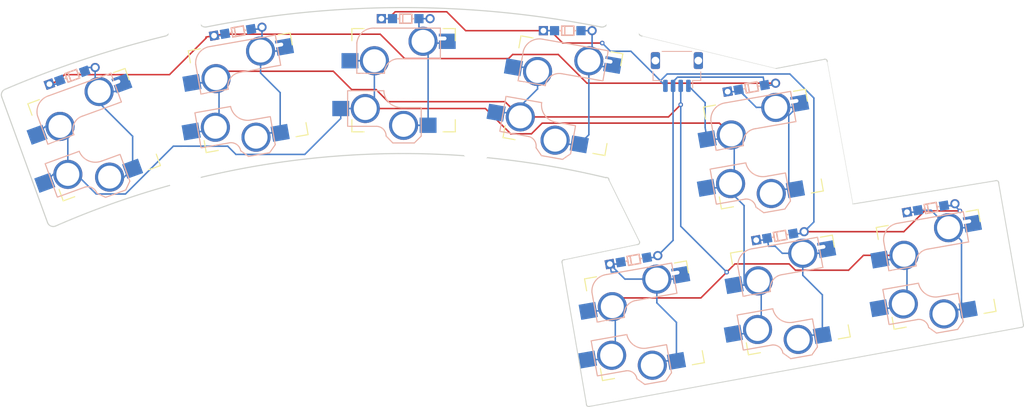
<source format=kicad_pcb>
(kicad_pcb (version 20221018) (generator pcbnew)
  (layers (0 "F.Cu" signal) (31 "B.Cu" signal) (34 "B.Paste" user) (35 "F.Paste" user) (36 "B.SilkS" user "B.Silkscreen") (37 "F.SilkS" user "F.Silkscreen") (38 "B.Mask" user) (39 "F.Mask" user) (44 "Edge.Cuts" user))
  (net 0 "")
  (net 1 "Net-(D15-A)")
  (net 2 "Net-(D16-A)")
  (net 3 "Net-(D19-A)")
  (net 4 "Net-(D20-A)")
  (net 5 "Net-(D35-K)")
  (net 6 "Net-(D36-K)")
  (net 7 "Net-(D39-K)")
  (net 8 "Net-(D40-K)")
  (net 9 "TX3")
  (net 10 "TX4")
  (net 11 "TY4")
  (net 12 "TY5")
  (footprint "footprint:M2_Nut_Hole_rev2" (layer "F.Cu") (at 95.9678 16.7408 90)
    (fp_text reference "H3" hide)
    (fp_text value "MountingHole" hide)
  )
  (footprint "footprint:diode_TH_SMD_rev3" (layer "F.Cu") (at 45.7814 17.9743 10)
    (fp_text reference "D16")
    (fp_text value "D" hide)
  )
  (footprint "footprint:CherryMX_Choc_Hotswap_rev9_test" (layer "F.Cu") (at 67.3814 24.3443)
    (fp_text reference "SW19" hide)
    (fp_text value "SW_Push" hide)
  )
  (footprint "footprint:diode_TH_SMD_rev3" (layer "F.Cu") (at 88.8014 17.8743)
    (fp_text reference "D20")
    (fp_text value "D" hide)
  )
  (footprint "footprint:diode_TH_SMD_rev3" (layer "F.Cu") (at 97.4214 47.8143 10)
    (fp_text reference "D36")
    (fp_text value "D" hide)
  )
  (footprint "footprint:CherryMX_Choc_Hotswap_rev9_test" (layer "F.Cu") (at 117.8472 52.3995 10)
    (fp_text reference "SW39" hide)
    (fp_text value "SW_Push" hide)
  )
  (footprint "footprint:diode_TH_SMD_rev3" (layer "F.Cu") (at 116.5189 44.6868 10)
    (fp_text reference "D39")
    (fp_text value "D" hide)
  )
  (footprint "footprint:diode_TH_SMD_rev3" (layer "F.Cu") (at 112.7889 25.2868 10)
    (fp_text reference "D35")
    (fp_text value "D" hide)
  )
  (footprint "footprint:CherryMX_Choc_Hotswap_rev9_test" (layer "F.Cu") (at 136.8629 49.0623 10)
    (fp_text reference "SW40" hide)
    (fp_text value "SW_Push" hide)
  )
  (footprint "footprint:diode_TH_SMD_rev3" (layer "F.Cu") (at 24.1559 23.7698 20)
    (fp_text reference "D15")
    (fp_text value "D" hide)
  )
  (footprint "footprint:M2_Nut_Hole_rev2" (layer "F.Cu") (at 38.8178 17.2406 90)
    (fp_text reference "H2" hide)
    (fp_text value "MountingHole" hide)
  )
  (footprint "footprint:M2_Nut_Hole_rev2" (layer "F.Cu") (at 38.8178 36.2907 90)
    (fp_text reference "H4" hide)
    (fp_text value "MountingHole" hide)
  )
  (footprint "footprint:CherryMX_Choc_Hotswap_rev9_test" (layer "F.Cu") (at 88.1725 26.3673 -10)
    (fp_text reference "SW20" hide)
    (fp_text value "SW_Push" hide)
  )
  (footprint "footprint:CherryMX_Choc_Hotswap_rev9_test" (layer "F.Cu") (at 47.105 25.9794 10)
    (fp_text reference "SW16" hide)
    (fp_text value "SW_Push" hide)
  )
  (footprint "footprint:CherryMX_Choc_Hotswap_rev9_test" (layer "F.Cu") (at 98.8072 55.7695 10)
    (fp_text reference "SW36" hide)
    (fp_text value "SW_Push" hide)
  )
  (footprint "footprint:diode_TH_SMD_rev3" (layer "F.Cu") (at 136.1914 41.0343 10)
    (fp_text reference "D40")
    (fp_text value "D" hide)
  )
  (footprint "footprint:M2_Nut_Hole_rev2" (layer "F.Cu") (at 76.9178 31.9249 90)
    (fp_text reference "H1" hide)
    (fp_text value "MountingHole" hide)
  )
  (footprint "footprint:diode_TH_SMD_rev3" (layer "F.Cu") (at 67.6614 16.3043)
    (fp_text reference "D19")
    (fp_text value "D" hide)
  )
  (footprint "footprint:CherryMX_Choc_Hotswap_rev9_test" (layer "F.Cu") (at 114.3272 33.3395 10)
    (fp_text reference "SW35" hide)
    (fp_text value "SW_Push" hide)
  )
  (footprint "footprint:CherryMX_Choc_Hotswap_rev9_test" (layer "F.Cu") (at 27.0078 31.4618 20)
    (fp_text reference "SW15" hide)
    (fp_text value "SW_Push" hide)
  )
  (footprint "footprint:JST_SH_BM03B-SRSS-TB_1x04-1MP_P1.00mm_Vertical" (layer "B.Cu") (at 103.0414 23.2843 180)
    (fp_text reference "J1")
    (fp_text value "Conn_01x04")
  )
  (gr_arc locked (start 36.868497 17.60245) (mid 38.389291 15.304954) (end 40.738022 16.745306) (stroke (width 0.15)) (layer "Edge.Cuts"))
  (gr_arc locked (start 40.620953 37.119135) (mid 67.195139 33.927487) (end 93.77431 37.077356) (stroke (width 0.15)) (layer "Edge.Cuts"))
  (gr_arc locked (start 15.427359 25.51765) (mid 25.722588 21.610942) (end 36.307231 18.57459) (stroke (width 0.15)) (layer "Edge.Cuts"))
  (gr_line locked (start 88.365165 47.800091) (end 97.856105 45.818296) (stroke (width 0.1)) (layer "Edge.Cuts"))
  (gr_arc locked (start 88.065165 48.200091) (mid 88.10608 47.918293) (end 88.365165 47.800091) (stroke (width 0.15)) (layer "Edge.Cuts"))
  (gr_arc locked (start 94.047237 16.748139) (mid 93.720802 17.260496) (end 93.127714 17.391996) (stroke (width 0.15)) (layer "Edge.Cuts"))
  (gr_arc locked (start 36.868497 17.60245) (mid 36.789205 18.204762) (end 36.307231 18.57459) (stroke (width 0.15)) (layer "Edge.Cuts"))
  (gr_arc locked (start 98.156105 45.418296) (mid 98.115191 45.700104) (end 97.856105 45.818296) (stroke (width 0.15)) (layer "Edge.Cuts"))
  (gr_arc locked (start 41.657545 17.389163) (mid 41.064466 17.257627) (end 40.738022 16.745306) (stroke (width 0.15)) (layer "Edge.Cuts"))
  (gr_arc locked (start 148.247045 56.236501) (mid 148.206127 56.518317) (end 147.947045 56.636501) (stroke (width 0.15)) (layer "Edge.Cuts"))
  (gr_arc locked (start 40.620953 37.119137) (mid 39.305475 38.214121) (end 37.627221 37.878053) (stroke (width 0.15)) (layer "Edge.Cuts"))
  (gr_arc locked (start 98.478028 18.577423) (mid 97.996015 18.207619) (end 97.916762 17.605283) (stroke (width 0.15)) (layer "Edge.Cuts"))
  (gr_line locked (start 88.065165 48.200091) (end 91.2379 66.659236) (stroke (width 0.12)) (layer "Edge.Cuts"))
  (gr_arc locked (start 93.77431 37.077356) (mid 94.056149 37.118265) (end 94.17431 37.377356) (stroke (width 0.15)) (layer "Edge.Cuts"))
  (gr_arc locked (start 21.941187 43.409908) (mid 21.334274 43.383401) (end 20.923832 42.935505) (stroke (width 0.15)) (layer "Edge.Cuts"))
  (gr_arc locked (start 144.62431 37.477356) (mid 144.906119 37.518259) (end 145.02431 37.777356) (stroke (width 0.15)) (layer "Edge.Cuts"))
  (gr_arc locked (start 41.657545 17.389163) (mid 67.392769 14.859136) (end 93.127714 17.391996) (stroke (width 0.15)) (layer "Edge.Cuts"))
  (gr_arc locked (start 122.256105 21.618296) (mid 122.537936 21.6592) (end 122.656105 21.918296) (stroke (width 0.15)) (layer "Edge.Cuts"))
  (gr_line locked (start 98.478028 18.577423) (end 115.956105 22.818296) (stroke (width 0.05)) (layer "Edge.Cuts"))
  (gr_line locked (start 94.17431 37.377356) (end 98.156105 45.418296) (stroke (width 0.1)) (layer "Edge.Cuts"))
  (gr_line locked (start 91.6379 66.959236) (end 147.947045 56.636501) (stroke (width 0.12)) (layer "Edge.Cuts"))
  (gr_arc locked (start 21.941187 43.409908) (mid 29.682655 40.356029) (end 37.627221 37.878053) (stroke (width 0.15)) (layer "Edge.Cuts"))
  (gr_arc locked (start 14.95296 26.53501) (mid 14.977153 25.927007) (end 15.427359 25.51765) (stroke (width 0.15)) (layer "Edge.Cuts"))
  (gr_line locked (start 122.256105 21.618296) (end 115.956105 22.818296) (stroke (width 0.12)) (layer "Edge.Cuts"))
  (gr_line locked (start 126.006105 40.518296) (end 122.656105 21.918296) (stroke (width 0.05)) (layer "Edge.Cuts"))
  (gr_line locked (start 144.62431 37.477356) (end 126.006105 40.518296) (stroke (width 0.12)) (layer "Edge.Cuts"))
  (gr_arc locked (start 91.6379 66.959236) (mid 91.356095 66.918306) (end 91.2379 66.659236) (stroke (width 0.15)) (layer "Edge.Cuts"))
  (gr_arc locked (start 94.047236 16.748139) (mid 96.396641 15.305027) (end 97.916762 17.605283) (stroke (width 0.15)) (layer "Edge.Cuts"))
  (gr_line locked (start 20.923832 42.935505) (end 14.95296 26.53501) (stroke (width 0.15)) (layer "Edge.Cuts"))
  (gr_line locked (start 148.247045 56.236501) (end 145.02431 37.777356) (stroke (width 0.12)) (layer "Edge.Cuts"))
  (segment locked (start 27.657182 25.819426) (end 27.139463 25.301707) (width 0.2) (layer "B.Cu") (net 1))
  (segment locked (start 32.02934 31.669266) (end 32.02934 35.902121) (width 0.2) (layer "B.Cu") (net 1))
  (segment locked (start 29.779974 25.819426) (end 30.609922 24.989478) (width 0.2) (layer "B.Cu") (net 1))
  (segment locked (start 27.657182 27.297108) (end 32.02934 31.669266) (width 0.2) (layer "B.Cu") (net 1))
  (segment locked (start 26.272838 22.683868) (end 25.776909 23.179797) (width 0.2) (layer "B.Cu") (net 1))
  (segment locked (start 30.925479 37.005982) (end 29.025744 37.005982) (width 0.2) (layer "B.Cu") (net 1))
  (segment locked (start 27.139463 22.683868) (end 26.272838 22.683868) (width 0.2) (layer "B.Cu") (net 1))
  (segment locked (start 32.02934 35.902121) (end 30.925479 37.005982) (width 0.2) (layer "B.Cu") (net 1))
  (segment locked (start 30.609922 24.989478) (end 30.708978 24.777052) (width 0.2) (layer "B.Cu") (net 1))
  (segment locked (start 27.657182 25.819426) (end 27.657182 27.297108) (width 0.2) (layer "B.Cu") (net 1))
  (segment locked (start 27.657182 25.819426) (end 29.779974 25.819426) (width 0.2) (layer "B.Cu") (net 1))
  (segment locked (start 27.139463 25.301707) (end 27.139463 22.683868) (width 0.2) (layer "B.Cu") (net 1))
  (segment locked (start 48.724304 23.410775) (end 51.279198 25.965669) (width 0.2) (layer "B.Cu") (net 2))
  (segment locked (start 51.471704 20.535506) (end 51.776305 20.230905) (width 0.2) (layer "B.Cu") (net 2))
  (segment locked (start 48.90819 20.35162) (end 48.724304 20.535506) (width 0.2) (layer "B.Cu") (net 2))
  (segment locked (start 48.695072 31.224239) (end 48.129549 31.789762) (width 0.2) (layer "B.Cu") (net 2))
  (segment locked (start 47.480218 17.674753) (end 48.6564 17.674753) (width 0.2) (layer "B.Cu") (net 2))
  (segment locked (start 48.724304 20.535506) (end 51.471704 20.535506) (width 0.2) (layer "B.Cu") (net 2))
  (segment locked (start 48.724304 20.535506) (end 48.724304 23.410775) (width 0.2) (layer "B.Cu") (net 2))
  (segment locked (start 51.776305 20.230905) (end 51.910743 20.038907) (width 0.2) (layer "B.Cu") (net 2))
  (segment locked (start 51.279198 25.965669) (end 51.279198 31.224239) (width 0.2) (layer "B.Cu") (net 2))
  (segment locked (start 48.90819 17.422963) (end 48.90819 20.35162) (width 0.2) (layer "B.Cu") (net 2))
  (segment locked (start 48.6564 17.674753) (end 48.90819 17.422963) (width 0.2) (layer "B.Cu") (net 2))
  (segment locked (start 51.279198 31.224239) (end 48.695072 31.224239) (width 0.2) (layer "B.Cu") (net 2))
  (segment locked (start 69.386425 18.729296) (end 69.921425 19.264296) (width 0.2) (layer "B.Cu") (net 3))
  (segment locked (start 67.391425 30.234296) (end 67.381425 30.244296) (width 0.2) (layer "B.Cu") (net 3))
  (segment locked (start 72.979953 19.494296) (end 73.145689 19.32856) (width 0.2) (layer "B.Cu") (net 3))
  (segment locked (start 69.386425 16.304296) (end 70.836425 16.304296) (width 0.2) (layer "B.Cu") (net 3))
  (segment (start 73.0629 19.4114) (end 73.0814 19.3929) (width 0.2) (layer "B.Cu") (net 3))
  (segment locked (start 70.151425 19.494296) (end 72.979953 19.494296) (width 0.2) (layer "B.Cu") (net 3))
  (segment locked (start 70.581425 19.924296) (end 70.581425 30.234296) (width 0.2) (layer "B.Cu") (net 3))
  (segment locked (start 69.921425 19.264296) (end 70.581425 19.924296) (width 0.2) (layer "B.Cu") (net 3))
  (segment locked (start 69.386425 16.304296) (end 69.386425 18.729296) (width 0.2) (layer "B.Cu") (net 3))
  (segment locked (start 69.921425 19.264296) (end 70.151425 19.494296) (width 0.2) (layer "B.Cu") (net 3))
  (segment locked (start 70.581425 30.234296) (end 67.391425 30.234296) (width 0.2) (layer "B.Cu") (net 3))
  (segment locked (start 94.528192 22.563153) (end 94.720191 22.428714) (width 0.2) (layer "B.Cu") (net 4))
  (segment locked (start 92.313683 22.563153) (end 94.528192 22.563153) (width 0.2) (layer "B.Cu") (net 4))
  (segment locked (start 91.556069 31.468541) (end 90.301122 32.723488) (width 0.2) (layer "B.Cu") (net 4))
  (segment locked (start 91.976425 17.874296) (end 91.976425 21.385183) (width 0.2) (layer "B.Cu") (net 4))
  (segment locked (start 87.693827 32.723488) (end 87.148001 32.177662) (width 0.2) (layer "B.Cu") (net 4))
  (segment locked (start 91.976425 21.385183) (end 91.556069 21.805539) (width 0.2) (layer "B.Cu") (net 4))
  (segment locked (start 90.526425 17.874296) (end 91.976425 17.874296) (width 0.2) (layer "B.Cu") (net 4))
  (segment (start 91.5561 23.5406) (end 91.556 23.5405) (width 0.2) (layer "B.Cu") (net 4))
  (segment locked (start 91.556069 21.805539) (end 92.313683 22.563153) (width 0.2) (layer "B.Cu") (net 4))
  (segment locked (start 90.301122 32.723488) (end 87.693827 32.723488) (width 0.2) (layer "B.Cu") (net 4))
  (segment locked (start 91.556069 21.805539) (end 91.556069 31.468541) (width 0.2) (layer "B.Cu") (net 4))
  (segment (start 91.556 23.5405) (end 91.556 21.8055) (width 0.2) (layer "B.Cu") (net 4))
  (segment locked (start 109.662197 25.838092) (end 110.838379 25.838092) (width 0.2) (layer "B.Cu") (net 5))
  (segment locked (start 117.63818 37.721121) (end 117.63818 28.95133) (width 0.2) (layer "B.Cu") (net 5))
  (segment locked (start 118.501398 38.584339) (end 117.63818 37.721121) (width 0.2) (layer "B.Cu") (net 5))
  (segment locked (start 117.63818 28.95133) (end 118.998505 27.591005) (width 0.2) (layer "B.Cu") (net 5))
  (segment locked (start 110.838379 25.838092) (end 111.090169 25.586302) (width 0.2) (layer "B.Cu") (net 5))
  (segment locked (start 115.946504 27.895606) (end 118.693904 27.895606) (width 0.2) (layer "B.Cu") (net 5))
  (segment (start 111.86 26.3561) (end 111.09 25.5865) (width 0.2) (layer "B.Cu") (net 5))
  (segment (start 115.3517 39.1499) (end 115.352 39.1499) (width 0.2) (layer "B.Cu") (net 5))
  (segment locked (start 111.090169 25.586302) (end 113.399473 27.895606) (width 0.2) (layer "B.Cu") (net 5))
  (segment (start 111.0901 25.5865) (end 111.0901 25.5863) (width 0.2) (layer "B.Cu") (net 5))
  (segment locked (start 115.917272 38.584339) (end 118.501398 38.584339) (width 0.2) (layer "B.Cu") (net 5))
  (segment (start 118.5014 38.5843) (end 118.501 38.5843) (width 0.2) (layer "B.Cu") (net 5))
  (segment (start 111.8597 26.3561) (end 111.0901 25.5865) (width 0.2) (layer "B.Cu") (net 5))
  (segment (start 111.09 25.5865) (end 111.09 25.5863) (width 0.2) (layer "B.Cu") (net 5))
  (segment locked (start 115.351749 39.149862) (end 115.917272 38.584339) (width 0.2) (layer "B.Cu") (net 5))
  (segment locked (start 118.693904 27.895606) (end 118.998505 27.591005) (width 0.2) (layer "B.Cu") (net 5))
  (segment locked (start 113.399473 27.895606) (end 115.946504 27.895606) (width 0.2) (layer "B.Cu") (net 5))
  (segment locked (start 118.998505 27.591005) (end 119.132943 27.399007) (width 0.2) (layer "B.Cu") (net 5))
  (segment locked (start 94.29466 48.365629) (end 96.254637 50.325606) (width 0.2) (layer "B.Cu") (net 6))
  (segment locked (start 100.426504 50.325606) (end 103.173904 50.325606) (width 0.2) (layer "B.Cu") (net 6))
  (segment locked (start 103.173904 50.325606) (end 103.478505 50.021005) (width 0.2) (layer "B.Cu") (net 6))
  (segment (start 95.0247 49.4084) (end 94.4784 49.4084) (width 0.2) (layer "B.Cu") (net 6))
  (segment (start 95.0875 49.3456) (end 95.0247 49.4084) (width 0.2) (layer "B.Cu") (net 6))
  (segment locked (start 99.831749 61.579862) (end 100.397272 61.014339) (width 0.2) (layer "B.Cu") (net 6))
  (segment locked (start 100.426504 53.428977) (end 102.981398 55.983871) (width 0.2) (layer "B.Cu") (net 6))
  (segment locked (start 94.29466 48.365629) (end 95.470842 48.365629) (width 0.2) (layer "B.Cu") (net 6))
  (segment locked (start 95.470842 48.365629) (end 95.722632 48.113839) (width 0.2) (layer "B.Cu") (net 6))
  (segment (start 95.2747 49.3456) (end 95.0875 49.3456) (width 0.2) (layer "B.Cu") (net 6))
  (segment locked (start 103.478505 50.021005) (end 103.612943 49.829007) (width 0.2) (layer "B.Cu") (net 6))
  (segment locked (start 100.426504 50.325606) (end 100.426504 53.428977) (width 0.2) (layer "B.Cu") (net 6))
  (segment (start 94.4784 49.4084) (end 94.2946 48.3656) (width 0.2) (layer "B.Cu") (net 6))
  (segment locked (start 100.397272 61.014339) (end 102.981398 61.014339) (width 0.2) (layer "B.Cu") (net 6))
  (segment locked (start 96.254637 50.325606) (end 100.426504 50.325606) (width 0.2) (layer "B.Cu") (net 6))
  (segment locked (start 102.981398 55.983871) (end 102.981398 61.014339) (width 0.2) (layer "B.Cu") (net 6))
  (segment (start 114.912 45.5077) (end 115.004 46.0291) (width 0.2) (layer "B.Cu") (net 7))
  (segment locked (start 114.568342 45.238129) (end 114.820132 44.986339) (width 0.2) (layer "B.Cu") (net 7))
  (segment locked (start 122.518532 46.650962) (end 122.65297 46.458964) (width 0.2) (layer "B.Cu") (net 7))
  (segment locked (start 119.437299 57.644296) (end 118.871776 58.209819) (width 0.2) (layer "B.Cu") (net 7))
  (segment (start 115.004 46.0291) (end 115.863 46.0291) (width 0.2) (layer "B.Cu") (net 7))
  (segment (start 114.82 44.9863) (end 114.912 45.5077) (width 0.2) (layer "B.Cu") (net 7))
  (segment locked (start 119.466531 46.955563) (end 122.213931 46.955563) (width 0.2) (layer "B.Cu") (net 7))
  (segment locked (start 113.39216 45.238129) (end 114.568342 45.238129) (width 0.2) (layer "B.Cu") (net 7))
  (segment locked (start 122.021425 52.385726) (end 122.021425 57.644296) (width 0.2) (layer "B.Cu") (net 7))
  (segment locked (start 119.466531 49.830832) (end 122.021425 52.385726) (width 0.2) (layer "B.Cu") (net 7))
  (segment (start 114.694 45.1122) (end 114.82 44.9863) (width 0.2) (layer "B.Cu") (net 7))
  (segment (start 115.863 46.0291) (end 116.789 46.9556) (width 0.2) (layer "B.Cu") (net 7))
  (segment (start 116.789 46.9556) (end 119.4665 46.9556) (width 0.2) (layer "B.Cu") (net 7))
  (segment locked (start 122.213931 46.955563) (end 122.518532 46.650962) (width 0.2) (layer "B.Cu") (net 7))
  (segment (start 114.8201 45.4158) (end 114.8201 44.9863) (width 0.2) (layer "B.Cu") (net 7))
  (segment (start 119.467 46.9556) (end 120.292 46.9556) (width 0.2) (layer "B.Cu") (net 7))
  (segment locked (start 122.021425 57.644296) (end 119.437299 57.644296) (width 0.2) (layer "B.Cu") (net 7))
  (segment locked (start 119.466531 46.955563) (end 119.466531 49.830832) (width 0.2) (layer "B.Cu") (net 7))
  (segment (start 114.912 45.5077) (end 114.8201 45.4158) (width 0.2) (layer "B.Cu") (net 7))
  (segment (start 119.4665 46.9556) (end 119.467 46.9556) (width 0.2) (layer "B.Cu") (net 7))
  (segment locked (start 141.037139 54.307109) (end 140.173921 53.443891) (width 0.2) (layer "B.Cu") (net 8))
  (segment (start 134.367 41.4597) (end 134.493 41.3341) (width 0.2) (layer "B.Cu") (net 8))
  (segment locked (start 140.173921 45.310052) (end 138.482245 43.618376) (width 0.2) (layer "B.Cu") (net 8))
  (segment (start 139.745 54.3071) (end 140.391 54.3071) (width 0.2) (layer "B.Cu") (net 8))
  (segment locked (start 133.06466 41.585629) (end 134.240842 41.585629) (width 0.2) (layer "B.Cu") (net 8))
  (segment locked (start 136.197708 41.333839) (end 138.482245 43.618376) (width 0.2) (layer "B.Cu") (net 8))
  (segment locked (start 137.88749 54.872632) (end 138.453013 54.307109) (width 0.2) (layer "B.Cu") (net 8))
  (segment locked (start 134.492632 41.333839) (end 136.197708 41.333839) (width 0.2) (layer "B.Cu") (net 8))
  (segment (start 137.8874 54.8727) (end 137.887 54.8727) (width 0.2) (layer "B.Cu") (net 8))
  (segment locked (start 141.534246 43.313775) (end 141.668684 43.121777) (width 0.2) (layer "B.Cu") (net 8))
  (segment (start 137.887 54.8727) (end 137.887 54.8726) (width 0.2) (layer "B.Cu") (net 8))
  (segment (start 134.493 41.3341) (end 134.493 41.3338) (width 0.2) (layer "B.Cu") (net 8))
  (segment (start 137.887 54.8726) (end 137.887 54.8724) (width 0.2) (layer "B.Cu") (net 8))
  (segment (start 141.037 54.3071) (end 141.0371 54.3071) (width 0.2) (layer "B.Cu") (net 8))
  (segment locked (start 138.453013 54.307109) (end 141.037139 54.307109) (width 0.2) (layer "B.Cu") (net 8))
  (segment locked (start 138.482245 43.618376) (end 141.229645 43.618376) (width 0.2) (layer "B.Cu") (net 8))
  (segment (start 140.391 54.3071) (end 141.037 54.3071) (width 0.2) (layer "B.Cu") (net 8))
  (segment locked (start 134.240842 41.585629) (end 134.492632 41.333839) (width 0.2) (layer "B.Cu") (net 8))
  (segment locked (start 140.173921 53.443891) (end 140.173921 45.310052) (width 0.2) (layer "B.Cu") (net 8))
  (segment (start 133.0646 41.5856) (end 133.065 41.5856) (width 0.2) (layer "B.Cu") (net 8))
  (segment (start 134.4926 41.3338) (end 134.493 41.3338) (width 0.2) (layer "B.Cu") (net 8))
  (segment locked (start 141.229645 43.618376) (end 141.534246 43.313775) (width 0.2) (layer "B.Cu") (net 8))
  (segment (start 81.3581 31.3485) (end 84.066 31.3485) (width 0.2) (layer "F.Cu") (net 9))
  (segment (start 78.0537 28.0441) (end 81.3581 31.3485) (width 0.2) (layer "F.Cu") (net 9))
  (segment (start 62.3816 28.0441) (end 78.0537 28.0441) (width 0.2) (layer "F.Cu") (net 9))
  (segment (start 62.3814 28.0443) (end 62.3816 28.0441) (width 0.2) (layer "F.Cu") (net 9))
  (segment (start 84.066 31.3485) (end 85.4631 29.9514) (width 0.2) (layer "F.Cu") (net 9))
  (segment (start 108.586 29.9514) (end 110.134 31.4997) (width 0.2) (layer "F.Cu") (net 9))
  (segment (start 85.4631 29.9514) (end 108.586 29.9514) (width 0.2) (layer "F.Cu") (net 9))
  (segment locked (start 59.181425 28.044296) (end 62.381425 28.044296) (width 0.2) (layer "B.Cu") (net 9))
  (segment (start 27.271 39.2123) (end 31.0935 39.2123) (width 0.2) (layer "B.Cu") (net 9))
  (segment (start 106.724 30.5301) (end 106.992 32.0536) (width 0.2) (layer "B.Cu") (net 9))
  (segment (start 113.654 50.5598) (end 113.654 50.5597) (width 0.2) (layer "B.Cu") (net 9))
  (segment (start 23.5748 35.5161) (end 27.271 39.2123) (width 0.2) (layer "B.Cu") (net 9))
  (segment (start 106.724 27.2669) (end 106.724 30.5301) (width 0.2) (layer "B.Cu") (net 9))
  (segment locked (start 109.49001 38.4072) (end 106.8943 38.4072) (width 0.2) (layer "B.Cu") (net 9))
  (segment (start 59.1814 29.3444) (end 59.1814 28.0443) (width 0.2) (layer "B.Cu") (net 9))
  (segment locked (start 113.654068 50.559641) (end 114.044429 50.950002) (width 0.2) (layer "B.Cu") (net 9))
  (segment (start 45.5053 34.0375) (end 54.4883 34.0375) (width 0.2) (layer "B.Cu") (net 9))
  (segment (start 110.046 37.8515) (end 110.046 37.8516) (width 0.2) (layer "B.Cu") (net 9))
  (segment locked (start 110.524402 31.890045) (end 110.524402 37.372808) (width 0.2) (layer "B.Cu") (net 9))
  (segment locked (start 63.571425 21.804296) (end 63.571425 26.854296) (width 0.2) (layer "B.Cu") (net 9))
  (segment (start 110.0457 37.8515) (end 110.046 37.8515) (width 0.2) (layer "B.Cu") (net 9))
  (segment locked (start 113.010037 57.467157) (end 113.565711 56.911483) (width 0.2) (layer "B.Cu") (net 9))
  (segment locked (start 110.134041 31.499684) (end 110.524402 31.890045) (width 0.2) (layer "B.Cu") (net 9))
  (segment locked (start 23.574836 36.648759) (end 21.662285 36.648759) (width 0.2) (layer "B.Cu") (net 9))
  (segment locked (start 22.558865 30.378073) (end 23.574836 31.394044) (width 0.2) (layer "B.Cu") (net 9))
  (segment locked (start 60.381425 21.804296) (end 63.571425 21.804296) (width 0.2) (layer "B.Cu") (net 9))
  (segment locked (start 109.580103 32.053622) (end 110.134041 31.499684) (width 0.2) (layer "B.Cu") (net 9))
  (segment locked (start 114.044429 56.432765) (end 113.565711 56.911483) (width 0.2) (layer "B.Cu") (net 9))
  (segment locked (start 63.571425 26.854296) (end 62.381425 28.044296) (width 0.2) (layer "B.Cu") (net 9))
  (segment locked (start 106.992504 32.053622) (end 109.580103 32.053622) (width 0.2) (layer "B.Cu") (net 9))
  (segment locked (start 23.574836 31.394044) (end 23.574836 36.648759) (width 0.2) (layer "B.Cu") (net 9))
  (segment (start 54.4883 34.0375) (end 59.1814 29.3444) (width 0.2) (layer "B.Cu") (net 9))
  (segment locked (start 20.65229 30.378073) (end 22.558865 30.378073) (width 0.2) (layer "B.Cu") (net 9))
  (segment locked (start 21.662285 36.648759) (end 20.56782 37.743224) (width 0.2) (layer "B.Cu") (net 9))
  (segment (start 44.4339 32.9661) (end 45.5053 34.0375) (width 0.2) (layer "B.Cu") (net 9))
  (segment (start 104.541 25.0843) (end 104.5412 25.0845) (width 0.2) (layer "B.Cu") (net 9))
  (segment locked (start 110.524402 37.372808) (end 110.045684 37.851526) (width 0.2) (layer "B.Cu") (net 9))
  (segment (start 106.992 32.0536) (end 106.9925 32.0536) (width 0.2) (layer "B.Cu") (net 9))
  (segment locked (start 114.044429 50.950002) (end 114.044429 56.432765) (width 0.2) (layer "B.Cu") (net 9))
  (segment locked (start 113.10013 51.113579) (end 113.654068 50.559641) (width 0.2) (layer "B.Cu") (net 9))
  (segment locked (start 110.512531 51.113579) (end 113.10013 51.113579) (width 0.2) (layer "B.Cu") (net 9))
  (segment (start 104.5414 25.0843) (end 104.5412 25.0845) (width 0.2) (layer "B.Cu") (net 9))
  (segment (start 31.0935 39.2123) (end 37.3397 32.9661) (width 0.2) (layer "B.Cu") (net 9))
  (segment (start 106.993 32.0536) (end 106.9925 32.0536) (width 0.2) (layer "B.Cu") (net 9))
  (segment (start 37.3397 32.9661) (end 44.4339 32.9661) (width 0.2) (layer "B.Cu") (net 9))
  (segment locked (start 110.045684 37.851526) (end 109.49001 38.4072) (width 0.2) (layer "B.Cu") (net 9))
  (segment (start 110.513 51.1136) (end 110.5125 51.1136) (width 0.2) (layer "B.Cu") (net 9))
  (segment (start 111.806 51.1136) (end 111.806 40.7237) (width 0.2) (layer "B.Cu") (net 9))
  (segment locked (start 110.414327 57.467157) (end 113.010037 57.467157) (width 0.2) (layer "B.Cu") (net 9))
  (segment locked (start 19.561245 31.469118) (end 20.65229 30.378073) (width 0.2) (layer "B.Cu") (net 9))
  (segment (start 104.5412 25.0845) (end 106.724 27.2669) (width 0.2) (layer "B.Cu") (net 9))
  (segment (start 113.849 50.7548) (end 113.654 50.5598) (width 0.2) (layer "B.Cu") (net 9))
  (segment (start 111.806 40.7237) (end 109.49 38.4072) (width 0.2) (layer "B.Cu") (net 9))
  (segment (start 110.5125 51.1136) (end 110.512 51.1136) (width 0.2) (layer "B.Cu") (net 9))
  (segment (start 101.942 29.1428) (end 82.606 29.1428) (width 0.2) (layer "F.Cu") (net 10))
  (segment (start 110.612 48.345) (end 109.537 49.4191) (width 0.2) (layer "F.Cu") (net 10))
  (segment (start 94.614 53.9297) (end 95.7571 52.7866) (width 0.2) (layer "F.Cu") (net 10))
  (segment (start 132.6697 47.2225) (end 127.386 47.2225) (width 0.2) (layer "F.Cu") (net 10))
  (segment (start 63.7904 25.5718) (end 65.3694 27.1508) (width 0.2) (layer "F.Cu") (net 10))
  (segment (start 106.17 52.7866) (end 109.537 49.4191) (width 0.2) (layer "F.Cu") (net 10))
  (segment (start 42.9118 24.1396) (end 43.877 23.1744) (width 0.2) (layer "F.Cu") (net 10))
  (segment (start 125.441 49.1669) (end 118.504 49.1669) (width 0.2) (layer "F.Cu") (net 10))
  (segment (start 132.67 47.2225) (end 132.6697 47.2225) (width 0.2) (layer "F.Cu") (net 10))
  (segment (start 80.614 27.1508) (end 82.606 29.1428) (width 0.2) (layer "F.Cu") (net 10))
  (segment (start 65.3694 27.1508) (end 80.614 27.1508) (width 0.2) (layer "F.Cu") (net 10))
  (segment (start 127.386 47.2225) (end 125.441 49.1669) (width 0.2) (layer "F.Cu") (net 10))
  (segment (start 58.2088 23.1744) (end 60.6062 25.5718) (width 0.2) (layer "F.Cu") (net 10))
  (segment (start 117.682 48.345) (end 110.612 48.345) (width 0.2) (layer "F.Cu") (net 10))
  (segment (start 118.504 49.1669) (end 117.682 48.345) (width 0.2) (layer "F.Cu") (net 10))
  (segment (start 43.877 23.1744) (end 58.2088 23.1744) (width 0.2) (layer "F.Cu") (net 10))
  (segment (start 103.541 27.5439) (end 101.942 29.1428) (width 0.2) (layer "F.Cu") (net 10))
  (segment (start 60.6062 25.5718) (end 63.7904 25.5718) (width 0.2) (layer "F.Cu") (net 10))
  (segment (start 95.7571 52.7866) (end 106.17 52.7866) (width 0.2) (layer "F.Cu") (net 10))
  (via (at 109.537 49.4191) (size 0.6) (drill 0.3) (layers "F.Cu" "B.Cu") (net 10))
  (via (at 103.541 27.5439) (size 0.6) (drill 0.3) (layers "F.Cu" "B.Cu") (net 10))
  (segment locked (start 132.669782 47.222454) (end 133.060143 47.612815) (width 0.2) (layer "B.Cu") (net 10))
  (segment locked (start 81.719937 22.650347) (end 84.307536 22.650347) (width 0.2) (layer "B.Cu") (net 10))
  (segment locked (start 42.911841 24.139584) (end 43.302202 24.529945) (width 0.2) (layer "B.Cu") (net 10))
  (segment locked (start 82.605988 29.142844) (end 82.605988 27.745933) (width 0.2) (layer "B.Cu") (net 10))
  (segment (start 103.541 26.3141) (end 103.541 27.5439) (width 0.2) (layer "B.Cu") (net 10))
  (segment locked (start 95.004402 54.320045) (end 95.004402 59.802808) (width 0.2) (layer "B.Cu") (net 10))
  (segment locked (start 94.060103 54.483622) (end 94.614041 53.929684) (width 0.2) (layer "B.Cu") (net 10))
  (segment (start 103.5414 26.3137) (end 103.5414 25.0843) (width 0.2) (layer "B.Cu") (net 10))
  (segment (start 103.541 43.4231) (end 109.537 49.4191) (width 0.2) (layer "B.Cu") (net 10))
  (segment locked (start 39.6721 31.0471) (end 42.26781 31.0471) (width 0.2) (layer "B.Cu") (net 10))
  (segment locked (start 133.060143 47.612815) (end 133.060143 53.095578) (width 0.2) (layer "B.Cu") (net 10))
  (segment locked (start 133.060143 53.095578) (end 132.581425 53.574296) (width 0.2) (layer "B.Cu") (net 10))
  (segment locked (start 79.454603 28.58717) (end 82.050314 28.58717) (width 0.2) (layer "B.Cu") (net 10))
  (segment locked (start 91.472504 54.483622) (end 94.060103 54.483622) (width 0.2) (layer "B.Cu") (net 10))
  (segment locked (start 84.861474 25.490447) (end 84.861474 23.204285) (width 0.2) (layer "B.Cu") (net 10))
  (segment locked (start 129.528245 47.776392) (end 132.115844 47.776392) (width 0.2) (layer "B.Cu") (net 10))
  (segment (start 81.72 22.6503) (end 81.7199 22.6504) (width 0.2) (layer "B.Cu") (net 10))
  (segment locked (start 43.302202 30.012708) (end 42.823484 30.491426) (width 0.2) (layer "B.Cu") (net 10))
  (segment (start 103.541 25.0843) (end 103.541 26.3141) (width 0.2) (layer "B.Cu") (net 10))
  (segment locked (start 42.357903 24.693522) (end 42.911841 24.139584) (width 0.2) (layer "B.Cu") (net 10))
  (segment (start 132.5814 53.5743) (end 132.581 53.5743) (width 0.2) (layer "B.Cu") (net 10))
  (segment locked (start 93.97001 60.8372) (end 91.3743 60.8372) (width 0.2) (layer "B.Cu") (net 10))
  (segment locked (start 84.307536 22.650347) (end 84.861474 23.204285) (width 0.2) (layer "B.Cu") (net 10))
  (segment locked (start 82.605988 27.745933) (end 84.861474 25.490447) (width 0.2) (layer "B.Cu") (net 10))
  (segment locked (start 82.050314 28.58717) (end 82.605988 29.142844) (width 0.2) (layer "B.Cu") (net 10))
  (segment locked (start 95.004402 59.802808) (end 94.525684 60.281526) (width 0.2) (layer "B.Cu") (net 10))
  (segment locked (start 132.115844 47.776392) (end 132.669782 47.222454) (width 0.2) (layer "B.Cu") (net 10))
  (segment (start 103.541 26.3141) (end 103.5414 26.3137) (width 0.2) (layer "B.Cu") (net 10))
  (segment locked (start 132.025751 54.12997) (end 132.581425 53.574296) (width 0.2) (layer "B.Cu") (net 10))
  (segment (start 132.6697 47.2225) (end 132.6698 47.2226) (width 0.2) (layer "B.Cu") (net 10))
  (segment locked (start 43.302202 24.529945) (end 43.302202 30.012708) (width 0.2) (layer "B.Cu") (net 10))
  (segment (start 84.8614 23.2042) (end 84.8614 23.2043) (width 0.2) (layer "B.Cu") (net 10))
  (segment (start 103.541 27.5439) (end 103.541 43.4231) (width 0.2) (layer "B.Cu") (net 10))
  (segment locked (start 42.26781 31.0471) (end 42.823484 30.491426) (width 0.2) (layer "B.Cu") (net 10))
  (segment locked (start 94.525684 60.281526) (end 93.97001 60.8372) (width 0.2) (layer "B.Cu") (net 10))
  (segment (start 132.581 53.5743) (end 132.581 53.5741) (width 0.2) (layer "B.Cu") (net 10))
  (segment locked (start 39.770304 24.693522) (end 42.357903 24.693522) (width 0.2) (layer "B.Cu") (net 10))
  (segment locked (start 94.614041 53.929684) (end 95.004402 54.320045) (width 0.2) (layer "B.Cu") (net 10))
  (segment locked (start 129.430041 54.12997) (end 132.025751 54.12997) (width 0.2) (layer "B.Cu") (net 10))
  (segment (start 22.3261 24.4358) (end 23.1426 23.6193) (width 0.2) (layer "F.Cu") (net 11))
  (segment (start 115.9157 24.7355) (end 91.3101 24.7355) (width 0.2) (layer "F.Cu") (net 11))
  (segment (start 81.0822 21.5184) (end 67.516 21.5184) (width 0.2) (layer "F.Cu") (net 11))
  (segment (start 43.7038 18.3353) (end 43.6974 18.3417) (width 0.2) (layer "F.Cu") (net 11))
  (segment (start 91.3101 24.7355) (end 87.5628 20.9882) (width 0.2) (layer "F.Cu") (net 11))
  (segment (start 23.1426 23.6193) (end 36.8387 23.6193) (width 0.2) (layer "F.Cu") (net 11))
  (segment (start 36.8387 23.6193) (end 41.6119 18.8461) (width 0.2) (layer "F.Cu") (net 11))
  (segment (start 115.916 24.7355) (end 115.9157 24.7355) (width 0.2) (layer "F.Cu") (net 11))
  (segment (start 43.6974 18.3417) (end 43.6974 18.3418) (width 0.2) (layer "F.Cu") (net 11))
  (segment (start 41.6119 18.8461) (end 41.6119 18.7094) (width 0.2) (layer "F.Cu") (net 11))
  (segment (start 81.6124 20.9882) (end 81.0822 21.5184) (width 0.2) (layer "F.Cu") (net 11))
  (segment (start 87.5628 20.9882) (end 81.6124 20.9882) (width 0.2) (layer "F.Cu") (net 11))
  (segment (start 43.6974 18.3418) (end 42.6546 18.5256) (width 0.2) (layer "F.Cu") (net 11))
  (segment (start 64.3329 18.3353) (end 43.7038 18.3353) (width 0.2) (layer "F.Cu") (net 11))
  (segment (start 21.1724 24.8557) (end 22.3261 24.4358) (width 0.2) (layer "F.Cu") (net 11))
  (segment (start 67.516 21.5184) (end 64.3329 18.3353) (width 0.2) (layer "F.Cu") (net 11))
  (segment (start 41.6119 18.7094) (end 42.6546 18.5256) (width 0.2) (layer "F.Cu") (net 11))
  (segment (start 113.758 23.9446) (end 103.131 23.9446) (width 0.2) (layer "B.Cu") (net 11))
  (segment locked (start 43.830842 18.525629) (end 44.082632 18.273839) (width 0.2) (layer "B.Cu") (net 11))
  (segment locked (start 22.03904 24.855696) (end 22.534969 24.359767) (width 0.2) (layer "B.Cu") (net 11))
  (segment locked (start 100.2964 47.514753) (end 100.54819 47.262963) (width 0.2) (layer "B.Cu") (net 11))
  (segment (start 114.304 23.9445) (end 113.758 23.9445) (width 0.2) (layer "B.Cu") (net 11))
  (segment (start 103.131 23.9446) (end 102.541 24.5338) (width 0.2) (layer "B.Cu") (net 11))
  (segment locked (start 114.487755 24.987216) (end 115.663937 24.987216) (width 0.2) (layer "B.Cu") (net 11))
  (segment (start 114.488 24.9872) (end 114.488 24.9873) (width 0.2) (layer "B.Cu") (net 11))
  (segment (start 42.6547 18.5256) (end 42.6546 18.5256) (width 0.2) (layer "B.Cu") (net 11))
  (segment (start 102.541 25.0839) (end 102.541 45.2698) (width 0.2) (layer "B.Cu") (net 11))
  (segment (start 102.5414 25.0843) (end 102.541 25.0839) (width 0.2) (layer "B.Cu") (net 11))
  (segment (start 115.916 24.7356) (end 115.916 24.7355) (width 0.2) (layer "B.Cu") (net 11))
  (segment (start 113.758 23.9445) (end 113.758 23.9446) (width 0.2) (layer "B.Cu") (net 11))
  (segment (start 100.5482 47.263) (end 100.548 47.263) (width 0.2) (layer "B.Cu") (net 11))
  (segment locked (start 42.65466 18.525629) (end 43.830842 18.525629) (width 0.2) (layer "B.Cu") (net 11))
  (segment (start 114.488 24.9873) (end 114.304 23.9445) (width 0.2) (layer "B.Cu") (net 11))
  (segment locked (start 99.120218 47.514753) (end 100.2964 47.514753) (width 0.2) (layer "B.Cu") (net 11))
  (segment (start 100.422 47.3889) (end 100.548 47.263) (width 0.2) (layer "B.Cu") (net 11))
  (segment locked (start 115.663937 24.987216) (end 115.915727 24.735426) (width 0.2) (layer "B.Cu") (net 11))
  (segment (start 102.541 24.5338) (end 102.541 25.0839) (width 0.2) (layer "B.Cu") (net 11))
  (segment (start 102.541 45.2698) (end 100.548 47.263) (width 0.2) (layer "B.Cu") (net 11))
  (segment (start 115.79 24.8613) (end 115.916 24.7356) (width 0.2) (layer "B.Cu") (net 11))
  (segment (start 114.4877 24.9873) (end 114.488 24.9873) (width 0.2) (layer "B.Cu") (net 11))
  (segment locked (start 21.172415 24.855696) (end 22.03904 24.855696) (width 0.2) (layer "B.Cu") (net 11))
  (segment (start 115.9157 24.7355) (end 115.916 24.7355) (width 0.2) (layer "B.Cu") (net 11))
  (segment (start 75.4779 17.8743) (end 85.6264 17.8743) (width 0.2) (layer "F.Cu") (net 12))
  (segment (start 88.1424 19.4902) (end 93.2973 19.4902) (width 0.2) (layer "F.Cu") (net 12))
  (segment (start 86.5265 17.8743) (end 88.1424 19.4902) (width 0.2) (layer "F.Cu") (net 12))
  (segment (start 73.0078 15.4042) (end 75.4779 17.8743) (width 0.2) (layer "F.Cu") (net 12))
  (segment (start 119.646 44.1355) (end 119.6457 44.1355) (width 0.2) (layer "F.Cu") (net 12))
  (segment (start 66.2866 15.4042) (end 73.0078 15.4042) (width 0.2) (layer "F.Cu") (net 12))
  (segment (start 132.645 44.1355) (end 119.646 44.1355) (width 0.2) (layer "F.Cu") (net 12))
  (segment (start 139.968 41.4182) (end 135.362 41.4182) (width 0.2) (layer "F.Cu") (net 12))
  (segment (start 65.3865 16.3043) (end 66.2866 15.4042) (width 0.2) (layer "F.Cu") (net 12))
  (segment (start 135.362 41.4182) (end 132.645 44.1355) (width 0.2) (layer "F.Cu") (net 12))
  (segment (start 85.6264 17.8743) (end 86.5265 17.8743) (width 0.2) (layer "F.Cu") (net 12))
  (segment (start 64.4864 16.3043) (end 65.3865 16.3043) (width 0.2) (layer "F.Cu") (net 12))
  (via (at 93.2973 19.4902) (size 0.6) (drill 0.3) (layers "F.Cu" "B.Cu") (net 12))
  (via (at 139.968 41.4182) (size 0.6) (drill 0.3) (layers "F.Cu" "B.Cu") (net 12))
  (segment (start 139.066 40.7348) (end 139.284 40.7348) (width 0.2) (layer "B.Cu") (net 12))
  (segment (start 118.218 44.3873) (end 118.2177 44.3873) (width 0.2) (layer "B.Cu") (net 12))
  (segment (start 119.646 44.1357) (end 119.646 44.1355) (width 0.2) (layer "B.Cu") (net 12))
  (segment (start 101.5414 25.0843) (end 101.541 25.0843) (width 0.2) (layer "B.Cu") (net 12))
  (segment (start 97.0455 20.568) (end 94.3751 20.568) (width 0.2) (layer "B.Cu") (net 12))
  (segment (start 120.914 26.6708) (end 117.777 23.5334) (width 0.2) (layer "B.Cu") (net 12))
  (segment locked (start 119.3939 44.387253) (end 119.64569 44.135463) (width 0.2) (layer "B.Cu") (net 12))
  (segment (start 117.777 23.5334) (end 101.77 23.5334) (width 0.2) (layer "B.Cu") (net 12))
  (segment locked (start 118.217718 44.387253) (end 119.3939 44.387253) (width 0.2) (layer "B.Cu") (net 12))
  (segment (start 120.914 42.8672) (end 120.914 26.6708) (width 0.2) (layer "B.Cu") (net 12))
  (segment (start 120.2485 43.5328) (end 120.914 42.8672) (width 0.2) (layer "B.Cu") (net 12))
  (segment (start 94.3751 20.568) (end 93.2973 19.4902) (width 0.2) (layer "B.Cu") (net 12))
  (segment (start 119.52 44.2614) (end 119.583 44.1984) (width 0.2) (layer "B.Cu") (net 12))
  (segment locked (start 139.0664 40.734753) (end 139.31819 40.482963) (width 0.2) (layer "B.Cu") (net 12))
  (segment (start 139.284 40.7348) (end 139.968 41.4182) (width 0.2) (layer "B.Cu") (net 12))
  (segment (start 120.2484 43.5328) (end 119.6457 44.1355) (width 0.2) (layer "B.Cu") (net 12))
  (segment (start 101.77 23.5334) (end 100.891 24.4131) (width 0.2) (layer "B.Cu") (net 12))
  (segment locked (start 137.890218 40.734753) (end 139.0664 40.734753) (width 0.2) (layer "B.Cu") (net 12))
  (segment (start 100.891 24.4131) (end 100.891 24.4335) (width 0.2) (layer "B.Cu") (net 12))
  (segment (start 119.583 44.1984) (end 120.2485 43.5328) (width 0.2) (layer "B.Cu") (net 12))
  (segment (start 120.2485 43.5328) (end 120.2484 43.5328) (width 0.2) (layer "B.Cu") (net 12))
  (segment locked (start 85.626425 17.874296) (end 87.076425 17.874296) (width 0.2) (layer "B.Cu") (net 12))
  (segment (start 100.891 24.4335) (end 101.541 25.0843) (width 0.2) (layer "B.Cu") (net 12))
  (segment (start 100.891 24.4131) (end 97.0455 20.568) (width 0.2) (layer "B.Cu") (net 12))
  (segment (start 138.478 40.7348) (end 139.066 40.7348) (width 0.2) (layer "B.Cu") (net 12))
  (segment locked (start 64.486425 16.304296) (end 65.936425 16.304296) (width 0.2) (layer "B.Cu") (net 12))
  (segment (start 119.583 44.1984) (end 119.646 44.1357) (width 0.2) (layer "B.Cu") (net 12))
)
</source>
